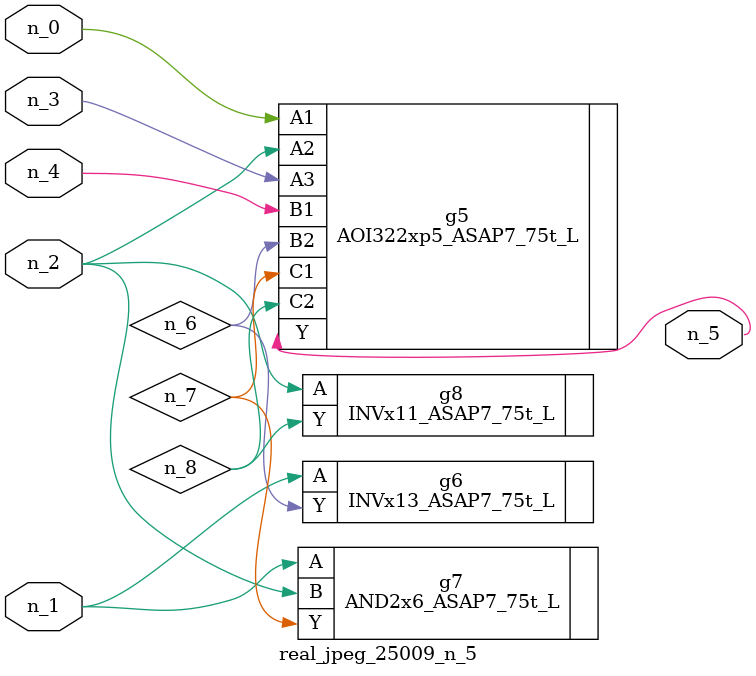
<source format=v>
module real_jpeg_25009_n_5 (n_4, n_0, n_1, n_2, n_3, n_5);

input n_4;
input n_0;
input n_1;
input n_2;
input n_3;

output n_5;

wire n_8;
wire n_6;
wire n_7;

AOI322xp5_ASAP7_75t_L g5 ( 
.A1(n_0),
.A2(n_2),
.A3(n_3),
.B1(n_4),
.B2(n_6),
.C1(n_7),
.C2(n_8),
.Y(n_5)
);

INVx13_ASAP7_75t_L g6 ( 
.A(n_1),
.Y(n_6)
);

AND2x6_ASAP7_75t_L g7 ( 
.A(n_1),
.B(n_2),
.Y(n_7)
);

INVx11_ASAP7_75t_L g8 ( 
.A(n_2),
.Y(n_8)
);


endmodule
</source>
